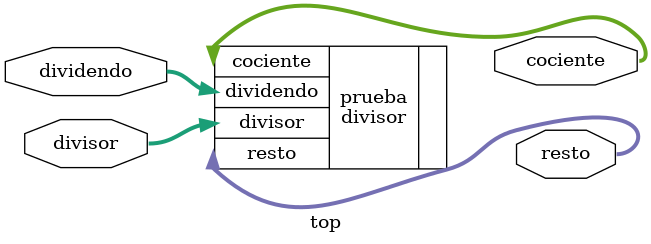
<source format=sv>
module top(
    input   logic [3:0] dividendo,
    input   logic [3:0] divisor,
    output  logic [3:0] cociente,
    output  logic [3:0] resto
);
    divisor prueba (
        .dividendo (dividendo),
        .divisor (divisor),
        .cociente (cociente),
        .resto (resto)
    );
endmodule

</source>
